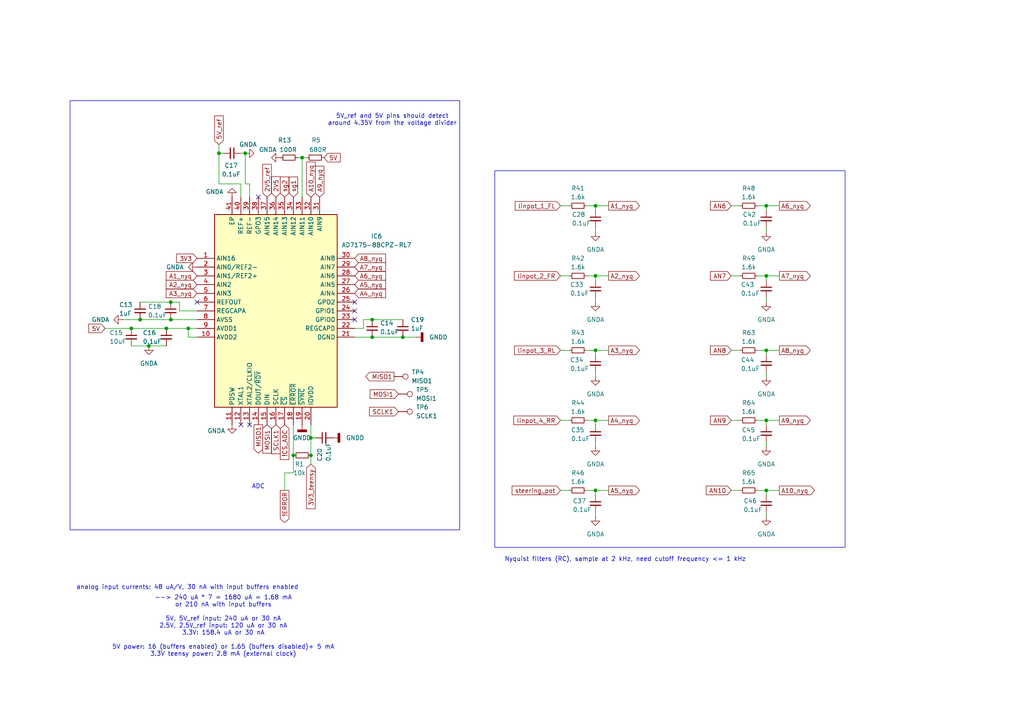
<source format=kicad_sch>
(kicad_sch (version 20250114) (generator "eeschema") (generator_version "9.0")
  (paper "A4")
  (lib_symbols
    (symbol "22XT_Main:AD7175-8BCPZ-RL7"
      (property "Reference" "IC" (at 41.91 17.78 0))
      (property "Value" "AD7175-8BCPZ-RL7" (at 41.91 15.24 0))
      (symbol "AD7175-8BCPZ-RL7_1_1"
        (rectangle (start 5.08 12.7) (end 40.64 -43.18) (stroke (width 0.254)) (fill (type background)))
        (pin passive line (at 0 0 0) (length 5.08) (name "AIN16") (number "1"))
        (pin passive line (at 0 -2.54 0) (length 5.08) (name "AIN0/REF2-") (number "2"))
        (pin passive line (at 0 -5.08 0) (length 5.08) (name "AIN1/REF2+") (number "3"))
        (pin passive line (at 0 -7.62 0) (length 5.08) (name "AIN2") (number "4"))
        (pin passive line (at 0 -10.16 0) (length 5.08) (name "AIN3") (number "5"))
        (pin passive line (at 0 -12.7 0) (length 5.08) (name "REFOUT") (number "6"))
        (pin passive line (at 0 -15.24 0) (length 5.08) (name "REGCAPA") (number "7"))
        (pin passive line (at 0 -17.78 0) (length 5.08) (name "AVSS") (number "8"))
        (pin passive line (at 0 -20.32 0) (length 5.08) (name "AVDD1") (number "9"))
        (pin passive line (at 0 -22.86 0) (length 5.08) (name "AVDD2") (number "10"))
        (pin passive line (at 10.16 17.78 270) (length 5.08) (name "EP") (number "41"))
        (pin passive line (at 10.16 -48.26 90) (length 5.08) (name "PDSW") (number "11"))
        (pin passive line (at 12.7 17.78 270) (length 5.08) (name "REF+") (number "40"))
        (pin passive line (at 12.7 -48.26 90) (length 5.08) (name "XTAL1") (number "12"))
        (pin passive line (at 15.24 17.78 270) (length 5.08) (name "REF-") (number "39"))
        (pin passive line (at 15.24 -48.26 90) (length 5.08) (name "XTAL2/CLKIO") (number "13"))
        (pin passive line (at 17.78 17.78 270) (length 5.08) (name "GPO3") (number "38"))
        (pin passive line (at 17.78 -48.26 90) (length 5.08) (name "DOUT/~{RDY}") (number "14"))
        (pin passive line (at 20.32 17.78 270) (length 5.08) (name "AIN15") (number "37"))
        (pin passive line (at 20.32 -48.26 90) (length 5.08) (name "DIN") (number "15"))
        (pin passive line (at 22.86 17.78 270) (length 5.08) (name "AIN14") (number "36"))
        (pin passive line (at 22.86 -48.26 90) (length 5.08) (name "SCLK") (number "16"))
        (pin passive line (at 25.4 17.78 270) (length 5.08) (name "AIN13") (number "35"))
        (pin passive line (at 25.4 -48.26 90) (length 5.08) (name "~{CS}") (number "17"))
        (pin passive line (at 27.94 17.78 270) (length 5.08) (name "AIN12") (number "34"))
        (pin passive line (at 27.94 -48.26 90) (length 5.08) (name "~{ERROR}") (number "18"))
        (pin passive line (at 30.48 17.78 270) (length 5.08) (name "AIN11") (number "33"))
        (pin passive line (at 30.48 -48.26 90) (length 5.08) (name "~{SYNC}") (number "19"))
        (pin passive line (at 33.02 17.78 270) (length 5.08) (name "AIN10") (number "32"))
        (pin passive line (at 33.02 -48.26 90) (length 5.08) (name "IOVDD") (number "20"))
        (pin passive line (at 35.56 17.78 270) (length 5.08) (name "AIN9") (number "31"))
        (pin passive line (at 45.72 0 180) (length 5.08) (name "AIN8") (number "30"))
        (pin passive line (at 45.72 -2.54 180) (length 5.08) (name "AIN7") (number "29"))
        (pin passive line (at 45.72 -5.08 180) (length 5.08) (name "AIN6") (number "28"))
        (pin passive line (at 45.72 -7.62 180) (length 5.08) (name "AIN5") (number "27"))
        (pin passive line (at 45.72 -10.16 180) (length 5.08) (name "AIN4") (number "26"))
        (pin passive line (at 45.72 -12.7 180) (length 5.08) (name "GPO2") (number "25"))
        (pin passive line (at 45.72 -15.24 180) (length 5.08) (name "GPIO1") (number "24"))
        (pin passive line (at 45.72 -17.78 180) (length 5.08) (name "GPIO0") (number "23"))
        (pin passive line (at 45.72 -20.32 180) (length 5.08) (name "REGCAPD") (number "22"))
        (pin passive line (at 45.72 -22.86 180) (length 5.08) (name "DGND") (number "21"))
      )
    )
    (symbol "Connector:TestPoint" (pin_numbers (hide yes)) (pin_names (offset 0.762) (hide yes))
      (property "Reference" "TP" (at 0 6.858 0))
      (property "Value" "TestPoint" (at 0 5.08 0))
      (symbol "TestPoint_0_1"
        (circle (center 0 3.302) (radius 0.762))
      )
      (symbol "TestPoint_1_1"
        (pin passive line (at 0 0 90) (length 2.54) (name "1") (number "1"))
      )
    )
    (symbol "Device:C_Small" (pin_numbers (hide yes)) (pin_names (offset 0.254) (hide yes))
      (property "Reference" "C" (at 0.254 1.778 0))
      (property "Value" "C_Small" (at 0.254 -2.032 0))
      (symbol "C_Small_0_1"
        (polyline (pts (xy -1.524 0.508) (xy 1.524 0.508)) (stroke (width 0.3048)))
        (polyline (pts (xy -1.524 -0.508) (xy 1.524 -0.508)) (stroke (width 0.3302)))
      )
      (symbol "C_Small_1_1"
        (pin passive line (at 0 2.54 270) (length 2.032) (name "~") (number "1"))
        (pin passive line (at 0 -2.54 90) (length 2.032) (name "~") (number "2"))
      )
    )
    (symbol "Device:R_Small" (pin_numbers (hide yes)) (pin_names (offset 0.254) (hide yes))
      (property "Reference" "R" (at 0.762 0.508 0))
      (property "Value" "R_Small" (at 0.762 -1.016 0))
      (symbol "R_Small_0_1"
        (rectangle (start -0.762 1.778) (end 0.762 -1.778) (stroke (width 0.2032)))
      )
      (symbol "R_Small_1_1"
        (pin passive line (at 0 2.54 270) (length 0.762) (name "~") (number "1"))
        (pin passive line (at 0 -2.54 90) (length 0.762) (name "~") (number "2"))
      )
    )
    (symbol "power:GND" (power) (pin_numbers (hide yes)) (pin_names (offset 0) (hide yes))
      (property "Value" "GND" (at 0 -3.81 0))
      (symbol "GND_0_1"
        (polyline (pts (xy 0 0) (xy 0 -1.27) (xy 1.27 -1.27) (xy 0 -2.54) (xy -1.27 -1.27) (xy 0 -1.27)))
      )
      (symbol "GND_1_1"
        (pin power_in line (at 0 0 270) (length 0) (name "~") (number "1"))
      )
    )
    (symbol "power:GNDA" (power) (pin_numbers (hide yes)) (pin_names (offset 0) (hide yes))
      (property "Value" "GNDA" (at 0 -3.81 0))
      (symbol "GNDA_0_1"
        (polyline (pts (xy 0 0) (xy 0 -1.27) (xy 1.27 -1.27) (xy 0 -2.54) (xy -1.27 -1.27) (xy 0 -1.27)))
      )
      (symbol "GNDA_1_1"
        (pin power_in line (at 0 0 270) (length 0) (name "~") (number "1"))
      )
    )
    (symbol "power:GNDD" (power) (pin_numbers (hide yes)) (pin_names (offset 0) (hide yes))
      (property "Value" "GNDD" (at 0 -3.175 0))
      (symbol "GNDD_0_1"
        (rectangle (start -1.27 -1.524) (end 1.27 -2.032) (stroke (width 0.254)) (fill (type outline)))
        (polyline (pts (xy 0 0) (xy 0 -1.524)))
      )
      (symbol "GNDD_1_1"
        (pin power_in line (at 0 0 270) (length 0) (name "~") (number "1"))
      )
    )
  )
  (rectangle (start 143.51 49.53) (end 245.11 158.75))
  (rectangle (start 20.32 29.21) (end 133.35 153.67))
  (text "ADC" (at 74.93 140.462 0) (effects (font (size 1.27 1.27)) (justify top)))
  (text "--> 240 uA * 7 = 1680 uA = 1.68 mA\nor 210 nA with input buffers\n\n5V, 5V_ref input: 240 uA or 30 nA\n2.5V, 2.5V_ref input: 120 uA or 30 nA\n3.3V: 158.4 uA or 30 nA\n\n5V power: 16 (buffers enabled) or 1.65 (buffers disabled)+ 5 mA\n3.3V teensy power: 2.8 mA (external clock)" (at 64.77 181.61 0) (effects (font (size 1.27 1.27))))
  (text "analog input currents: 48 uA/V, 30 nA with input buffers enabled\n" (at 54.356 170.434 0) (effects (font (size 1.27 1.27))))
  (text "Nyquist filters (RC), sample at 2 kHz, need cutoff frequency <= 1 kHz" (at 181.356 161.544 0) (effects (font (size 1.27 1.27)) (justify top)))
  (text "5V_ref and 5V pins should detect\naround 4.35V from the voltage divider\n" (at 113.792 33.02 0) (effects (font (size 1.27 1.27)) (justify top)))
  (junction (at 107.95 92.71))
  (junction (at 172.72 121.92))
  (junction (at 85.09 132.08))
  (junction (at 38.1 95.25))
  (junction (at 54.61 95.25))
  (junction (at 40.64 92.71))
  (junction (at 90.17 132.08))
  (junction (at 71.12 44.45))
  (junction (at 222.25 80.01))
  (junction (at 222.25 59.69))
  (junction (at 172.72 142.24))
  (junction (at 48.26 95.25))
  (junction (at 172.72 59.69))
  (junction (at 222.25 142.24))
  (junction (at 172.72 101.6))
  (junction (at 222.25 121.92))
  (junction (at 116.84 97.79))
  (junction (at 107.95 97.79))
  (junction (at 49.53 92.71))
  (junction (at 222.25 101.6))
  (junction (at 87.63 45.72))
  (junction (at 49.53 87.63))
  (junction (at 172.72 80.01))
  (junction (at 90.17 127))
  (junction (at 43.18 100.33))
  (junction (at 63.5 44.45))
  (no_connect (at 72.39 123.19))
  (no_connect (at 57.15 87.63))
  (no_connect (at 69.85 123.19))
  (no_connect (at 102.87 92.71))
  (no_connect (at 102.87 90.17))
  (no_connect (at 102.87 87.63))
  (no_connect (at 74.93 57.15))
  (wire (pts (xy 172.72 121.92) (xy 172.72 123.19)))
  (wire (pts (xy 162.56 101.6) (xy 165.1 101.6)))
  (wire (pts (xy 90.17 134.62) (xy 90.17 132.08)))
  (wire (pts (xy 102.87 95.25) (xy 105.41 95.25)))
  (wire (pts (xy 54.61 95.25) (xy 57.15 95.25)))
  (wire (pts (xy 162.56 121.92) (xy 165.1 121.92)))
  (wire (pts (xy 222.25 121.92) (xy 222.25 123.19)))
  (wire (pts (xy 30.48 95.25) (xy 38.1 95.25)))
  (wire (pts (xy 162.56 80.01) (xy 165.1 80.01)))
  (wire (pts (xy 172.72 59.69) (xy 176.53 59.69)))
  (wire (pts (xy 69.85 57.15) (xy 69.85 53.34)))
  (wire (pts (xy 43.18 100.33) (xy 48.26 100.33)))
  (wire (pts (xy 172.72 148.59) (xy 172.72 149.86)))
  (wire (pts (xy 222.25 66.04) (xy 222.25 67.31)))
  (wire (pts (xy 172.72 128.27) (xy 172.72 129.54)))
  (wire (pts (xy 222.25 80.01) (xy 226.06 80.01)))
  (wire (pts (xy 85.09 123.19) (xy 85.09 132.08)))
  (wire (pts (xy 63.5 44.45) (xy 64.77 44.45)))
  (wire (pts (xy 105.41 92.71) (xy 107.95 92.71)))
  (wire (pts (xy 107.95 97.79) (xy 102.87 97.79)))
  (wire (pts (xy 85.09 132.08) (xy 85.09 137.16)))
  (wire (pts (xy 49.53 92.71) (xy 57.15 92.71)))
  (wire (pts (xy 69.85 53.34) (xy 63.5 53.34)))
  (wire (pts (xy 222.25 59.69) (xy 226.06 59.69)))
  (wire (pts (xy 222.25 121.92) (xy 226.06 121.92)))
  (wire (pts (xy 170.18 80.01) (xy 172.72 80.01)))
  (wire (pts (xy 71.12 44.45) (xy 71.12 53.34)))
  (wire (pts (xy 69.85 44.45) (xy 71.12 44.45)))
  (wire (pts (xy 86.36 45.72) (xy 87.63 45.72)))
  (wire (pts (xy 172.72 142.24) (xy 172.72 143.51)))
  (wire (pts (xy 54.61 95.25) (xy 54.61 97.79)))
  (wire (pts (xy 172.72 142.24) (xy 176.53 142.24)))
  (wire (pts (xy 222.25 86.36) (xy 222.25 87.63)))
  (wire (pts (xy 72.39 53.34) (xy 72.39 57.15)))
  (wire (pts (xy 172.72 66.04) (xy 172.72 67.31)))
  (wire (pts (xy 38.1 100.33) (xy 43.18 100.33)))
  (wire (pts (xy 219.71 101.6) (xy 222.25 101.6)))
  (wire (pts (xy 222.25 59.69) (xy 222.25 60.96)))
  (wire (pts (xy 212.09 142.24) (xy 214.63 142.24)))
  (wire (pts (xy 172.72 101.6) (xy 172.72 102.87)))
  (wire (pts (xy 222.25 142.24) (xy 222.25 143.51)))
  (wire (pts (xy 170.18 121.92) (xy 172.72 121.92)))
  (wire (pts (xy 172.72 107.95) (xy 172.72 109.22)))
  (wire (pts (xy 219.71 59.69) (xy 222.25 59.69)))
  (wire (pts (xy 222.25 107.95) (xy 222.25 109.22)))
  (wire (pts (xy 222.25 80.01) (xy 222.25 81.28)))
  (wire (pts (xy 170.18 101.6) (xy 172.72 101.6)))
  (wire (pts (xy 40.64 92.71) (xy 49.53 92.71)))
  (wire (pts (xy 63.5 41.91) (xy 63.5 44.45)))
  (wire (pts (xy 170.18 59.69) (xy 172.72 59.69)))
  (wire (pts (xy 71.12 53.34) (xy 72.39 53.34)))
  (wire (pts (xy 54.61 97.79) (xy 57.15 97.79)))
  (wire (pts (xy 90.17 123.19) (xy 90.17 127)))
  (wire (pts (xy 107.95 97.79) (xy 116.84 97.79)))
  (wire (pts (xy 85.09 137.16) (xy 82.55 137.16)))
  (wire (pts (xy 222.25 101.6) (xy 222.25 102.87)))
  (wire (pts (xy 219.71 142.24) (xy 222.25 142.24)))
  (wire (pts (xy 219.71 121.92) (xy 222.25 121.92)))
  (wire (pts (xy 212.09 59.69) (xy 214.63 59.69)))
  (wire (pts (xy 172.72 121.92) (xy 176.53 121.92)))
  (wire (pts (xy 162.56 142.24) (xy 165.1 142.24)))
  (wire (pts (xy 219.71 80.01) (xy 222.25 80.01)))
  (wire (pts (xy 162.56 59.69) (xy 165.1 59.69)))
  (wire (pts (xy 222.25 128.27) (xy 222.25 129.54)))
  (wire (pts (xy 222.25 148.59) (xy 222.25 149.86)))
  (wire (pts (xy 170.18 142.24) (xy 172.72 142.24)))
  (wire (pts (xy 90.17 127) (xy 91.44 127)))
  (wire (pts (xy 88.9 45.72) (xy 87.63 45.72)))
  (wire (pts (xy 63.5 53.34) (xy 63.5 44.45)))
  (wire (pts (xy 90.17 132.08) (xy 90.17 127)))
  (wire (pts (xy 40.64 87.63) (xy 49.53 87.63)))
  (wire (pts (xy 82.55 137.16) (xy 82.55 142.24)))
  (wire (pts (xy 52.07 90.17) (xy 57.15 90.17)))
  (wire (pts (xy 105.41 95.25) (xy 105.41 92.71)))
  (wire (pts (xy 172.72 59.69) (xy 172.72 60.96)))
  (wire (pts (xy 172.72 80.01) (xy 176.53 80.01)))
  (wire (pts (xy 35.56 92.71) (xy 40.64 92.71)))
  (wire (pts (xy 212.09 101.6) (xy 214.63 101.6)))
  (wire (pts (xy 38.1 95.25) (xy 48.26 95.25)))
  (wire (pts (xy 212.09 80.01) (xy 214.63 80.01)))
  (wire (pts (xy 87.63 45.72) (xy 87.63 57.15)))
  (wire (pts (xy 107.95 92.71) (xy 116.84 92.71)))
  (wire (pts (xy 172.72 80.01) (xy 172.72 81.28)))
  (wire (pts (xy 222.25 142.24) (xy 226.06 142.24)))
  (wire (pts (xy 172.72 86.36) (xy 172.72 87.63)))
  (wire (pts (xy 52.07 87.63) (xy 52.07 90.17)))
  (wire (pts (xy 48.26 95.25) (xy 54.61 95.25)))
  (wire (pts (xy 172.72 101.6) (xy 176.53 101.6)))
  (wire (pts (xy 49.53 87.63) (xy 52.07 87.63)))
  (wire (pts (xy 212.09 121.92) (xy 214.63 121.92)))
  (wire (pts (xy 116.84 97.79) (xy 120.65 97.79)))
  (wire (pts (xy 222.25 101.6) (xy 226.06 101.6)))
  (global_label "2V5" (shape input) (at 80.01 57.15 90) (property "Intersheetrefs" "${INTERSHEET_REFS}" (effects (hide yes))))
  (global_label "A6_nyq" (shape output) (at 226.06 59.69 0) (property "Intersheetrefs" "${INTERSHEET_REFS}" (effects (hide yes))))
  (global_label "2V5_ref" (shape input) (at 77.47 57.15 90) (property "Intersheetrefs" "${INTERSHEET_REFS}" (effects (hide yes))))
  (global_label "A2_nyq" (shape input) (at 57.15 82.55 180) (property "Intersheetrefs" "${INTERSHEET_REFS}" (effects (hide yes))))
  (global_label "A7_nyq" (shape input) (at 102.87 77.47 0) (property "Intersheetrefs" "${INTERSHEET_REFS}" (effects (hide yes))))
  (global_label "A6_nyq" (shape input) (at 102.87 80.01 0) (property "Intersheetrefs" "${INTERSHEET_REFS}" (effects (hide yes))))
  (global_label "A3_nyq" (shape output) (at 176.53 101.6 0) (property "Intersheetrefs" "${INTERSHEET_REFS}" (effects (hide yes))))
  (global_label "A7_nyq" (shape output) (at 226.06 80.01 0) (property "Intersheetrefs" "${INTERSHEET_REFS}" (effects (hide yes))))
  (global_label "A5_nyq" (shape output) (at 176.53 142.24 0) (property "Intersheetrefs" "${INTERSHEET_REFS}" (effects (hide yes))))
  (global_label "A10_nyq" (shape output) (at 226.06 142.24 0) (property "Intersheetrefs" "${INTERSHEET_REFS}" (effects (hide yes))))
  (global_label "A1_nyq" (shape input) (at 57.15 80.01 180) (property "Intersheetrefs" "${INTERSHEET_REFS}" (effects (hide yes))))
  (global_label "SCLK1" (shape input) (at 80.01 123.19 270) (property "Intersheetrefs" "${INTERSHEET_REFS}" (effects (hide yes))))
  (global_label "5V_ref" (shape input) (at 63.5 41.91 90) (property "Intersheetrefs" "${INTERSHEET_REFS}" (effects (hide yes))))
  (global_label "A5_nyq" (shape input) (at 102.87 82.55 0) (property "Intersheetrefs" "${INTERSHEET_REFS}" (effects (hide yes))))
  (global_label "linpot_2_FR" (shape input) (at 162.56 80.01 180) (property "Intersheetrefs" "${INTERSHEET_REFS}" (effects (hide yes))))
  (global_label "A8_nyq" (shape input) (at 102.87 74.93 0) (property "Intersheetrefs" "${INTERSHEET_REFS}" (effects (hide yes))))
  (global_label "3V3_teensy" (shape input) (at 90.17 134.62 270) (property "Intersheetrefs" "${INTERSHEET_REFS}" (effects (hide yes))))
  (global_label "A4_nyq" (shape output) (at 176.53 121.92 0) (property "Intersheetrefs" "${INTERSHEET_REFS}" (effects (hide yes))))
  (global_label "MISO1" (shape output) (at 114.3 109.22 180) (property "Intersheetrefs" "${INTERSHEET_REFS}" (effects (hide yes))))
  (global_label "A9_nyq" (shape input) (at 92.71 57.15 90) (property "Intersheetrefs" "${INTERSHEET_REFS}" (effects (hide yes))))
  (global_label "AN6" (shape input) (at 212.09 59.69 180) (property "Intersheetrefs" "${INTERSHEET_REFS}" (effects (hide yes))))
  (global_label "A10_nyq" (shape input) (at 90.17 57.15 90) (property "Intersheetrefs" "${INTERSHEET_REFS}" (effects (hide yes))))
  (global_label "AN8" (shape input) (at 212.09 101.6 180) (property "Intersheetrefs" "${INTERSHEET_REFS}" (effects (hide yes))))
  (global_label "SCLK1" (shape input) (at 115.57 119.38 180) (property "Intersheetrefs" "${INTERSHEET_REFS}" (effects (hide yes))))
  (global_label "A2_nyq" (shape output) (at 176.53 80.01 0) (property "Intersheetrefs" "${INTERSHEET_REFS}" (effects (hide yes))))
  (global_label "!ERROR" (shape output) (at 82.55 142.24 270) (property "Intersheetrefs" "${INTERSHEET_REFS}" (effects (hide yes))))
  (global_label "MISO1" (shape output) (at 74.93 123.19 270) (property "Intersheetrefs" "${INTERSHEET_REFS}" (effects (hide yes))))
  (global_label "A8_nyq" (shape output) (at 226.06 101.6 0) (property "Intersheetrefs" "${INTERSHEET_REFS}" (effects (hide yes))))
  (global_label "MOSI1" (shape input) (at 77.47 123.19 270) (property "Intersheetrefs" "${INTERSHEET_REFS}" (effects (hide yes))))
  (global_label "A9_nyq" (shape output) (at 226.06 121.92 0) (property "Intersheetrefs" "${INTERSHEET_REFS}" (effects (hide yes))))
  (global_label "AN7" (shape input) (at 212.09 80.01 180) (property "Intersheetrefs" "${INTERSHEET_REFS}" (effects (hide yes))))
  (global_label "linpot_1_FL" (shape input) (at 162.56 59.69 180) (property "Intersheetrefs" "${INTERSHEET_REFS}" (effects (hide yes))))
  (global_label "AN9" (shape input) (at 212.09 121.92 180) (property "Intersheetrefs" "${INTERSHEET_REFS}" (effects (hide yes))))
  (global_label "AN10" (shape input) (at 212.09 142.24 180) (property "Intersheetrefs" "${INTERSHEET_REFS}" (effects (hide yes))))
  (global_label "sg2" (shape input) (at 82.55 57.15 90) (property "Intersheetrefs" "${INTERSHEET_REFS}" (effects (hide yes))))
  (global_label "MOSI1" (shape input) (at 115.57 114.3 180) (property "Intersheetrefs" "${INTERSHEET_REFS}" (effects (hide yes))))
  (global_label "A1_nyq" (shape output) (at 176.53 59.69 0) (property "Intersheetrefs" "${INTERSHEET_REFS}" (effects (hide yes))))
  (global_label "sg1" (shape input) (at 85.09 57.15 90) (property "Intersheetrefs" "${INTERSHEET_REFS}" (effects (hide yes))))
  (global_label "A4_nyq" (shape input) (at 102.87 85.09 0) (property "Intersheetrefs" "${INTERSHEET_REFS}" (effects (hide yes))))
  (global_label "3V3" (shape input) (at 57.15 74.93 180) (property "Intersheetrefs" "${INTERSHEET_REFS}" (effects (hide yes))))
  (global_label "linpot_4_RR" (shape input) (at 162.56 121.92 180) (property "Intersheetrefs" "${INTERSHEET_REFS}" (effects (hide yes))))
  (global_label "5V" (shape input) (at 93.98 45.72 0) (property "Intersheetrefs" "${INTERSHEET_REFS}" (effects (hide yes))))
  (global_label "!CS_ADC" (shape input) (at 82.55 123.19 270) (property "Intersheetrefs" "${INTERSHEET_REFS}" (effects (hide yes))))
  (global_label "A3_nyq" (shape input) (at 57.15 85.09 180) (property "Intersheetrefs" "${INTERSHEET_REFS}" (effects (hide yes))))
  (global_label "steering_pot" (shape input) (at 162.56 142.24 180) (property "Intersheetrefs" "${INTERSHEET_REFS}" (effects (hide yes))))
  (global_label "linpot_3_RL" (shape input) (at 162.56 101.6 180) (property "Intersheetrefs" "${INTERSHEET_REFS}" (effects (hide yes))))
  (global_label "5V" (shape input) (at 30.48 95.25 180) (property "Intersheetrefs" "${INTERSHEET_REFS}" (effects (hide yes))))
  (symbol (lib_id "Device:C_Small") (at 67.31 44.45 270) (unit 1)
    (property "Reference" "C17" (at 67.056 48.006 90))
    (property "Value" "0.1uF" (at 67.056 50.546 90))
    (property "Footprint" "Capacitor_SMD:C_0402_1005Metric" (effects (hide yes)))
    (property "Description" "Unpolarized capacitor, small symbol" (effects (hide yes)))
  )
  (symbol (lib_id "Device:C_Small") (at 222.25 105.41 0) (unit 1)
    (property "Reference" "C44" (at 214.884 104.394 0) (effects (justify left)))
    (property "Value" "0.1uF" (at 214.884 106.934 0) (effects (justify left)))
    (property "Footprint" "Capacitor_SMD:C_0402_1005Metric" (effects (hide yes)))
    (property "Description" "Unpolarized capacitor, small symbol" (effects (hide yes)))
  )
  (symbol (lib_id "Device:C_Small") (at 222.25 125.73 0) (unit 1)
    (property "Reference" "C45" (at 215.138 124.714 0) (effects (justify left)))
    (property "Value" "0.1uF" (at 215.138 127.254 0) (effects (justify left)))
    (property "Footprint" "Capacitor_SMD:C_0402_1005Metric" (effects (hide yes)))
    (property "Description" "Unpolarized capacitor, small symbol" (effects (hide yes)))
  )
  (symbol (lib_id "Device:R_Small") (at 167.64 101.6 270) (unit 1)
    (property "Reference" "R43" (at 167.64 96.52 90))
    (property "Value" "1.6k" (at 167.64 99.06 90))
    (property "Footprint" "Resistor_SMD:R_0402_1005Metric" (effects (hide yes)))
    (property "Description" "Resistor, small symbol" (effects (hide yes)))
  )
  (symbol (lib_id "Device:R_Small") (at 167.64 59.69 270) (unit 1)
    (property "Reference" "R41" (at 167.64 54.61 90))
    (property "Value" "1.6k" (at 167.64 57.15 90))
    (property "Footprint" "Resistor_SMD:R_0402_1005Metric" (effects (hide yes)))
    (property "Description" "Resistor, small symbol" (effects (hide yes)))
  )
  (symbol (lib_id "Device:C_Small") (at 116.84 95.25 0) (unit 1)
    (property "Reference" "C19" (at 119.126 92.71 0) (effects (justify left)))
    (property "Value" "1uF" (at 119.126 95.25 0) (effects (justify left)))
    (property "Footprint" "Capacitor_SMD:C_0402_1005Metric" (effects (hide yes)))
    (property "Description" "Unpolarized capacitor, small symbol" (effects (hide yes)))
  )
  (symbol (lib_id "power:GND") (at 67.31 57.15 180) (unit 1)
    (property "Reference" "#PWR016" (effects (hide yes)))
    (property "Value" "GNDA" (at 62.23 55.626 0))
    (property "Description" "Power symbol creates a global label with name \"GND\" , ground" (effects (hide yes)))
  )
  (symbol (lib_id "power:GNDA") (at 172.72 129.54 0) (unit 1)
    (property "Reference" "#PWR06" (effects (hide yes)))
    (property "Value" "GNDA" (at 172.72 134.62 0))
    (property "Description" "Power symbol creates a global label with name \"GNDA\" , analog ground" (effects (hide yes)))
  )
  (symbol (lib_id "Device:R_Small") (at 167.64 121.92 270) (unit 1)
    (property "Reference" "R44" (at 167.64 116.84 90))
    (property "Value" "1.6k" (at 167.64 119.38 90))
    (property "Footprint" "Resistor_SMD:R_0402_1005Metric" (effects (hide yes)))
    (property "Description" "Resistor, small symbol" (effects (hide yes)))
  )
  (symbol (lib_id "power:GNDA") (at 222.25 87.63 0) (unit 1)
    (property "Reference" "#PWR060" (effects (hide yes)))
    (property "Value" "GNDA" (at 222.25 92.71 0))
    (property "Description" "Power symbol creates a global label with name \"GNDA\" , analog ground" (effects (hide yes)))
  )
  (symbol (lib_id "Device:R_Small") (at 217.17 101.6 270) (unit 1)
    (property "Reference" "R63" (at 217.17 96.52 90))
    (property "Value" "1.6k" (at 217.17 99.06 90))
    (property "Footprint" "Resistor_SMD:R_0402_1005Metric" (effects (hide yes)))
    (property "Description" "Resistor, small symbol" (effects (hide yes)))
  )
  (symbol (lib_id "Device:R_Small") (at 87.63 132.08 90) (unit 1)
    (property "Reference" "R1" (at 86.868 134.62 90))
    (property "Value" "10k" (at 86.868 137.16 90))
    (property "Footprint" "Resistor_SMD:R_0402_1005Metric" (effects (hide yes)))
    (property "Description" "Resistor, small symbol" (effects (hide yes)))
  )
  (symbol (lib_id "power:GNDA") (at 172.72 67.31 0) (unit 1)
    (property "Reference" "#PWR03" (effects (hide yes)))
    (property "Value" "GNDA" (at 172.72 72.39 0))
    (property "Description" "Power symbol creates a global label with name \"GNDA\" , analog ground" (effects (hide yes)))
  )
  (symbol (lib_id "Device:C_Small") (at 49.53 90.17 0) (unit 1)
    (property "Reference" "C18" (at 42.926 88.9 0) (effects (justify left)))
    (property "Value" "0.1uF" (at 42.926 91.44 0) (effects (justify left)))
    (property "Footprint" "Capacitor_SMD:C_0402_1005Metric" (effects (hide yes)))
    (property "Description" "Unpolarized capacitor, small symbol" (effects (hide yes)))
  )
  (symbol (lib_id "Device:R_Small") (at 217.17 142.24 270) (unit 1)
    (property "Reference" "R65" (at 217.17 137.16 90))
    (property "Value" "1.6k" (at 217.17 139.7 90))
    (property "Footprint" "Resistor_SMD:R_0402_1005Metric" (effects (hide yes)))
    (property "Description" "Resistor, small symbol" (effects (hide yes)))
  )
  (symbol (lib_id "Device:C_Small") (at 93.98 127 90) (unit 1)
    (property "Reference" "C20" (at 92.71 133.858 0) (effects (justify left)))
    (property "Value" "0.1uF" (at 95.25 133.858 0) (effects (justify left)))
    (property "Footprint" "Capacitor_SMD:C_0402_1005Metric" (effects (hide yes)))
    (property "Description" "Unpolarized capacitor, small symbol" (effects (hide yes)))
  )
  (symbol (lib_id "power:GNDD") (at 96.52 127 90) (unit 1)
    (property "Reference" "#PWR023" (effects (hide yes)))
    (property "Value" "GNDD" (at 100.33 126.9999 90) (effects (justify right)))
    (property "Description" "Power symbol creates a global label with name \"GNDD\" , digital ground" (effects (hide yes)))
  )
  (symbol (lib_id "Device:C_Small") (at 40.64 90.17 0) (unit 1)
    (property "Reference" "C13" (at 34.544 88.392 0) (effects (justify left)))
    (property "Value" "1uF" (at 34.544 90.932 0) (effects (justify left)))
    (property "Footprint" "Capacitor_SMD:C_0402_1005Metric" (effects (hide yes)))
    (property "Description" "Unpolarized capacitor, small symbol" (effects (hide yes)))
  )
  (symbol (lib_id "power:GNDA") (at 222.25 129.54 0) (unit 1)
    (property "Reference" "#PWR062" (effects (hide yes)))
    (property "Value" "GNDA" (at 222.25 134.62 0))
    (property "Description" "Power symbol creates a global label with name \"GNDA\" , analog ground" (effects (hide yes)))
  )
  (symbol (lib_id "Device:C_Small") (at 222.25 63.5 0) (unit 1)
    (property "Reference" "C42" (at 215.392 62.23 0) (effects (justify left)))
    (property "Value" "0.1uF" (at 215.392 64.77 0) (effects (justify left)))
    (property "Footprint" "Capacitor_SMD:C_0402_1005Metric" (effects (hide yes)))
    (property "Description" "Unpolarized capacitor, small symbol" (effects (hide yes)))
  )
  (symbol (lib_id "Device:C_Small") (at 107.95 95.25 0) (unit 1)
    (property "Reference" "C14" (at 110.236 93.726 0) (effects (justify left)))
    (property "Value" "0.1uF" (at 110.236 96.266 0) (effects (justify left)))
    (property "Footprint" "Capacitor_SMD:C_0402_1005Metric" (effects (hide yes)))
    (property "Description" "Unpolarized capacitor, small symbol" (effects (hide yes)))
  )
  (symbol (lib_id "power:GNDA") (at 172.72 149.86 0) (unit 1)
    (property "Reference" "#PWR08" (effects (hide yes)))
    (property "Value" "GNDA" (at 172.72 154.94 0))
    (property "Description" "Power symbol creates a global label with name \"GNDA\" , analog ground" (effects (hide yes)))
  )
  (symbol (lib_id "power:GNDA") (at 81.28 45.72 270) (unit 1)
    (property "Reference" "#PWR025" (effects (hide yes)))
    (property "Value" "GNDA" (at 80.264 43.434 90) (effects (justify right)))
    (property "Description" "Power symbol creates a global label with name \"GNDA\" , analog ground" (effects (hide yes)))
  )
  (symbol (lib_id "power:GNDA") (at 222.25 67.31 0) (unit 1)
    (property "Reference" "#PWR045" (effects (hide yes)))
    (property "Value" "GNDA" (at 222.25 72.39 0))
    (property "Description" "Power symbol creates a global label with name \"GNDA\" , analog ground" (effects (hide yes)))
  )
  (symbol (lib_id "Connector:TestPoint") (at 115.57 119.38 270) (unit 1)
    (property "Reference" "TP6" (at 120.65 118.1099 90) (effects (justify left)))
    (property "Value" "SCLK1" (at 120.65 120.6499 90) (effects (justify left)))
    (property "Footprint" "TestPoint:TestPoint_Pad_1.0x1.0mm" (effects (hide yes)))
    (property "Description" "test point" (effects (hide yes)))
  )
  (symbol (lib_id "Connector:TestPoint") (at 115.57 114.3 270) (unit 1)
    (property "Reference" "TP5" (at 120.65 113.0299 90) (effects (justify left)))
    (property "Value" "MOSI1" (at 120.65 115.5699 90) (effects (justify left)))
    (property "Footprint" "TestPoint:TestPoint_Pad_1.0x1.0mm" (effects (hide yes)))
    (property "Description" "test point" (effects (hide yes)))
  )
  (symbol (lib_id "power:GNDA") (at 222.25 149.86 0) (unit 1)
    (property "Reference" "#PWR064" (effects (hide yes)))
    (property "Value" "GNDA" (at 222.25 154.94 0))
    (property "Description" "Power symbol creates a global label with name \"GNDA\" , analog ground" (effects (hide yes)))
  )
  (symbol (lib_id "Device:C_Small") (at 172.72 83.82 0) (unit 1)
    (property "Reference" "C33" (at 165.354 82.55 0) (effects (justify left)))
    (property "Value" "0.1uF" (at 165.354 85.09 0) (effects (justify left)))
    (property "Footprint" "Capacitor_SMD:C_0402_1005Metric" (effects (hide yes)))
    (property "Description" "Unpolarized capacitor, small symbol" (effects (hide yes)))
  )
  (symbol (lib_id "Device:C_Small") (at 172.72 105.41 0) (unit 1)
    (property "Reference" "C34" (at 165.354 104.394 0) (effects (justify left)))
    (property "Value" "0.1uF" (at 165.354 106.934 0) (effects (justify left)))
    (property "Footprint" "Capacitor_SMD:C_0402_1005Metric" (effects (hide yes)))
    (property "Description" "Unpolarized capacitor, small symbol" (effects (hide yes)))
  )
  (symbol (lib_id "power:GND") (at 67.31 123.19 0) (unit 1)
    (property "Reference" "#PWR022" (effects (hide yes)))
    (property "Value" "GNDA" (at 62.738 124.968 0))
    (property "Description" "Power symbol creates a global label with name \"GND\" , ground" (effects (hide yes)))
  )
  (symbol (lib_id "Device:R_Small") (at 83.82 45.72 270) (unit 1)
    (property "Reference" "R13" (at 82.55 40.64 90))
    (property "Value" "100R" (at 83.566 43.434 90))
    (property "Footprint" "Resistor_SMD:R_0402_1005Metric" (effects (hide yes)))
    (property "Description" "Resistor, small symbol" (effects (hide yes)))
  )
  (symbol (lib_id "Device:R_Small") (at 167.64 80.01 270) (unit 1)
    (property "Reference" "R42" (at 167.64 74.93 90))
    (property "Value" "1.6k" (at 167.64 77.47 90))
    (property "Footprint" "Resistor_SMD:R_0402_1005Metric" (effects (hide yes)))
    (property "Description" "Resistor, small symbol" (effects (hide yes)))
  )
  (symbol (lib_id "Device:C_Small") (at 222.25 83.82 0) (unit 1)
    (property "Reference" "C43" (at 214.884 82.55 0) (effects (justify left)))
    (property "Value" "0.1uF" (at 214.884 85.09 0) (effects (justify left)))
    (property "Footprint" "Capacitor_SMD:C_0402_1005Metric" (effects (hide yes)))
    (property "Description" "Unpolarized capacitor, small symbol" (effects (hide yes)))
  )
  (symbol (lib_id "Device:C_Small") (at 48.26 97.79 0) (unit 1)
    (property "Reference" "C16" (at 41.402 96.52 0) (effects (justify left)))
    (property "Value" "0.1uF" (at 41.402 99.06 0) (effects (justify left)))
    (property "Footprint" "Capacitor_SMD:C_0402_1005Metric" (effects (hide yes)))
    (property "Description" "Unpolarized capacitor, small symbol" (effects (hide yes)))
  )
  (symbol (lib_id "power:GNDA") (at 71.12 44.45 90) (unit 1)
    (property "Reference" "#PWR020" (effects (hide yes)))
    (property "Value" "GNDA" (at 69.342 41.91 90) (effects (justify right)))
    (property "Description" "Power symbol creates a global label with name \"GNDA\" , analog ground" (effects (hide yes)))
  )
  (symbol (lib_id "Device:R_Small") (at 217.17 59.69 270) (unit 1)
    (property "Reference" "R48" (at 217.17 54.61 90))
    (property "Value" "1.6k" (at 217.17 57.15 90))
    (property "Footprint" "Resistor_SMD:R_0402_1005Metric" (effects (hide yes)))
    (property "Description" "Resistor, small symbol" (effects (hide yes)))
  )
  (symbol (lib_id "Device:R_Small") (at 217.17 80.01 270) (unit 1)
    (property "Reference" "R49" (at 217.17 74.93 90))
    (property "Value" "1.6k" (at 217.17 77.47 90))
    (property "Footprint" "Resistor_SMD:R_0402_1005Metric" (effects (hide yes)))
    (property "Description" "Resistor, small symbol" (effects (hide yes)))
  )
  (symbol (lib_id "Device:C_Small") (at 38.1 97.79 0) (unit 1)
    (property "Reference" "C15" (at 31.75 96.52 0) (effects (justify left)))
    (property "Value" "10uF" (at 31.75 99.06 0) (effects (justify left)))
    (property "Footprint" "Capacitor_SMD:C_0402_1005Metric" (effects (hide yes)))
    (property "Description" "Unpolarized capacitor, small symbol" (effects (hide yes)))
  )
  (symbol (lib_id "22XT_Main:AD7175-8BCPZ-RL7") (at 57.15 74.93 0) (unit 1)
    (property "Reference" "IC6" (at 109.22 68.5098 0))
    (property "Value" "AD7175-8BCPZ-RL7" (at 109.22 71.0498 0))
    (property "Footprint" "22XT_Main:QFN50P600X600X80-41N-D" (effects (hide yes)))
    (property "Datasheet" "https://componentsearchengine.com/Datasheets/2/AD7175-8BCPZ-RL7.pdf" (effects (hide yes)))
    (property "Description" "Analog to Digital Converters - ADC 250ksps 8 input Sigma Delta ADC" (effects (hide yes)))
    (property "Height" "0.8" (effects (hide yes)))
    (property "Mouser Part Number" "584-AD7175-8BCPZ-RL7" (effects (hide yes)))
    (property "Mouser Price/Stock" "https://www.mouser.co.uk/ProductDetail/Analog-Devices/AD7175-8BCPZ-RL7?qs=JeIcUl65ClCxXjl02vXI6Q%3D%3D" (effects (hide yes)))
    (property "Manufacturer_Name" "Analog Devices" (effects (hide yes)))
    (property "Manufacturer_Part_Number" "AD7175-8BCPZ-RL7" (effects (hide yes)))
  )
  (symbol (lib_id "power:GNDA") (at 172.72 109.22 0) (unit 1)
    (property "Reference" "#PWR05" (effects (hide yes)))
    (property "Value" "GNDA" (at 172.72 114.3 0))
    (property "Description" "Power symbol creates a global label with name \"GNDA\" , analog ground" (effects (hide yes)))
  )
  (symbol (lib_id "power:GND") (at 35.56 92.71 270) (unit 1)
    (property "Reference" "#PWR018" (effects (hide yes)))
    (property "Value" "GNDA" (at 31.75 92.7099 90) (effects (justify right)))
    (property "Description" "Power symbol creates a global label with name \"GND\" , ground" (effects (hide yes)))
  )
  (symbol (lib_id "power:GNDD") (at 120.65 97.79 90) (unit 1)
    (property "Reference" "#PWR024" (effects (hide yes)))
    (property "Value" "GNDD" (at 124.46 97.7899 90) (effects (justify right)))
    (property "Description" "Power symbol creates a global label with name \"GNDD\" , digital ground" (effects (hide yes)))
  )
  (symbol (lib_id "Device:R_Small") (at 167.64 142.24 270) (unit 1)
    (property "Reference" "R46" (at 167.64 137.16 90))
    (property "Value" "1.6k" (at 167.64 139.7 90))
    (property "Footprint" "Resistor_SMD:R_0402_1005Metric" (effects (hide yes)))
    (property "Description" "Resistor, small symbol" (effects (hide yes)))
  )
  (symbol (lib_id "power:GNDA") (at 222.25 109.22 0) (unit 1)
    (property "Reference" "#PWR061" (effects (hide yes)))
    (property "Value" "GNDA" (at 222.25 114.3 0))
    (property "Description" "Power symbol creates a global label with name \"GNDA\" , analog ground" (effects (hide yes)))
  )
  (symbol (lib_id "Device:R_Small") (at 91.44 45.72 270) (unit 1)
    (property "Reference" "R5" (at 91.694 40.64 90))
    (property "Value" "680R" (at 92.202 43.434 90))
    (property "Footprint" "Resistor_SMD:R_0402_1005Metric" (effects (hide yes)))
    (property "Description" "Resistor, small symbol" (effects (hide yes)))
  )
  (symbol (lib_id "power:GND") (at 43.18 100.33 0) (unit 1)
    (property "Reference" "#PWR021" (effects (hide yes)))
    (property "Value" "GNDA" (at 43.18 105.41 0))
    (property "Description" "Power symbol creates a global label with name \"GND\" , ground" (effects (hide yes)))
  )
  (symbol (lib_id "Connector:TestPoint") (at 114.3 109.22 270) (unit 1)
    (property "Reference" "TP4" (at 119.38 107.9499 90) (effects (justify left)))
    (property "Value" "MISO1" (at 119.38 110.4899 90) (effects (justify left)))
    (property "Footprint" "TestPoint:TestPoint_Pad_1.0x1.0mm" (effects (hide yes)))
    (property "Description" "test point" (effects (hide yes)))
  )
  (symbol (lib_id "Device:R_Small") (at 217.17 121.92 270) (unit 1)
    (property "Reference" "R64" (at 217.17 116.84 90))
    (property "Value" "1.6k" (at 217.17 119.38 90))
    (property "Footprint" "Resistor_SMD:R_0402_1005Metric" (effects (hide yes)))
    (property "Description" "Resistor, small symbol" (effects (hide yes)))
  )
  (symbol (lib_id "Device:C_Small") (at 222.25 146.05 0) (unit 1)
    (property "Reference" "C46" (at 215.646 145.288 0) (effects (justify left)))
    (property "Value" "0.1uF" (at 215.646 147.828 0) (effects (justify left)))
    (property "Footprint" "Capacitor_SMD:C_0402_1005Metric" (effects (hide yes)))
    (property "Description" "Unpolarized capacitor, small symbol" (effects (hide yes)))
  )
  (symbol (lib_id "power:GND") (at 57.15 77.47 270) (unit 1)
    (property "Reference" "#PWR019" (effects (hide yes)))
    (property "Value" "GNDA" (at 53.34 77.4699 90) (effects (justify right)))
    (property "Description" "Power symbol creates a global label with name \"GND\" , ground" (effects (hide yes)))
  )
  (symbol (lib_id "power:GNDA") (at 172.72 87.63 0) (unit 1)
    (property "Reference" "#PWR04" (effects (hide yes)))
    (property "Value" "GNDA" (at 172.72 92.71 0))
    (property "Description" "Power symbol creates a global label with name \"GNDA\" , analog ground" (effects (hide yes)))
  )
  (symbol (lib_id "power:GNDD") (at 87.63 123.19 0) (unit 1)
    (property "Reference" "#PWR015" (effects (hide yes)))
    (property "Value" "GNDD" (at 87.63 127 0))
    (property "Description" "Power symbol creates a global label with name \"GNDD\" , digital ground" (effects (hide yes)))
  )
  (symbol (lib_id "Device:C_Small") (at 172.72 63.5 0) (unit 1)
    (property "Reference" "C28" (at 165.862 62.23 0) (effects (justify left)))
    (property "Value" "0.1uF" (at 165.862 64.77 0) (effects (justify left)))
    (property "Footprint" "Capacitor_SMD:C_0402_1005Metric" (effects (hide yes)))
    (property "Description" "Unpolarized capacitor, small symbol" (effects (hide yes)))
  )
  (symbol (lib_id "Device:C_Small") (at 172.72 146.05 0) (unit 1)
    (property "Reference" "C37" (at 166.116 145.288 0) (effects (justify left)))
    (property "Value" "0.1uF" (at 166.116 147.828 0) (effects (justify left)))
    (property "Footprint" "Capacitor_SMD:C_0402_1005Metric" (effects (hide yes)))
    (property "Description" "Unpolarized capacitor, small symbol" (effects (hide yes)))
  )
  (symbol (lib_id "Device:C_Small") (at 172.72 125.73 0) (unit 1)
    (property "Reference" "C35" (at 165.608 124.714 0) (effects (justify left)))
    (property "Value" "0.1uF" (at 165.608 127.254 0) (effects (justify left)))
    (property "Footprint" "Capacitor_SMD:C_0402_1005Metric" (effects (hide yes)))
    (property "Description" "Unpolarized capacitor, small symbol" (effects (hide yes)))
  )
)
</source>
